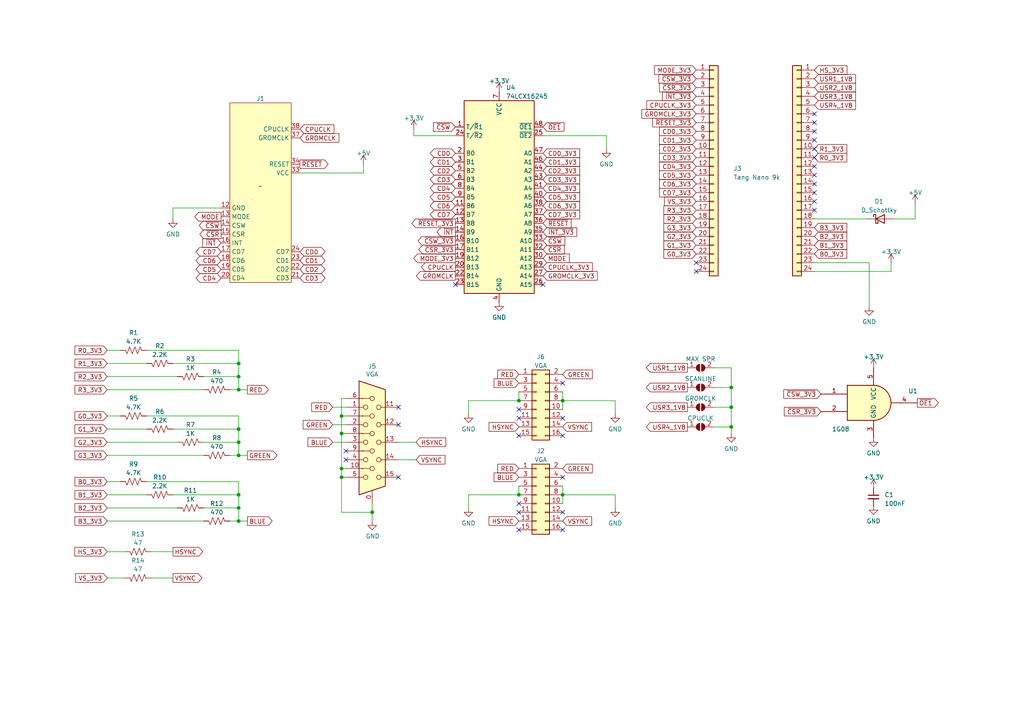
<source format=kicad_sch>
(kicad_sch (version 20230121) (generator eeschema)
  (paper "A4")
  (lib_symbols
    (symbol "74xGxx:74AHC1G08"
      (property "Reference" "U" (at -2.54 3.81 0))
      (property "Value" "74AHC1G08" (at 0 -3.81 0))
      (symbol "74AHC1G08_0_1"
        (arc (start 0 -5.08) (mid 5.0579 0) (end 0 5.08) (stroke (width 0.254)) (fill (type background)))
        (polyline (pts (xy 0 -5.08) (xy -7.62 -5.08) (xy -7.62 5.08) (xy 0 5.08)) (stroke (width 0.254)) (fill (type background)))
      )
      (symbol "74AHC1G08_1_1"
        (pin input line (at -15.24 2.54 0) (length 7.62) (name "~") (number "1"))
        (pin input line (at -15.24 -2.54 0) (length 7.62) (name "~") (number "2"))
        (pin power_in line (at 0 -10.16 90) (length 5.08) (name "GND") (number "3"))
        (pin output line (at 12.7 0 180) (length 7.62) (name "~") (number "4"))
        (pin power_in line (at 0 10.16 270) (length 5.08) (name "VCC") (number "5"))
      )
    )
    (symbol "74xx:MC74LCX16245DT"
      (property "Reference" "U" (at -10.16 29.21 0))
      (property "Value" "MC74LCX16245DT" (at 2.54 -29.21 0))
      (symbol "MC74LCX16245DT_0_1"
        (rectangle (start -10.16 27.94) (end 10.16 -27.94) (stroke (width 0.254)) (fill (type background)))
      )
      (symbol "MC74LCX16245DT_1_1"
        (pin input line (at -12.7 20.32 0) (length 2.54) (name "T/~{R}1") (number "1"))
        (pin passive line (at 0 -30.48 90) (length 2.54) hide (name "GND") (number "10"))
        (pin bidirectional line (at -12.7 -2.54 0) (length 2.54) (name "B6") (number "11"))
        (pin bidirectional line (at -12.7 -5.08 0) (length 2.54) (name "B7") (number "12"))
        (pin bidirectional line (at -12.7 -7.62 0) (length 2.54) (name "B8") (number "13"))
        (pin bidirectional line (at -12.7 -10.16 0) (length 2.54) (name "B9") (number "14"))
        (pin passive line (at 0 -30.48 90) (length 2.54) hide (name "GND") (number "15"))
        (pin bidirectional line (at -12.7 -12.7 0) (length 2.54) (name "B10") (number "16"))
        (pin bidirectional line (at -12.7 -15.24 0) (length 2.54) (name "B11") (number "17"))
        (pin passive line (at 0 30.48 270) (length 2.54) hide (name "VCC") (number "18"))
        (pin bidirectional line (at -12.7 -17.78 0) (length 2.54) (name "B12") (number "19"))
        (pin bidirectional line (at -12.7 12.7 0) (length 2.54) (name "B0") (number "2"))
        (pin bidirectional line (at -12.7 -20.32 0) (length 2.54) (name "B13") (number "20"))
        (pin passive line (at 0 -30.48 90) (length 2.54) hide (name "GND") (number "21"))
        (pin bidirectional line (at -12.7 -22.86 0) (length 2.54) (name "B14") (number "22"))
        (pin bidirectional line (at -12.7 -25.4 0) (length 2.54) (name "B15") (number "23"))
        (pin input line (at -12.7 17.78 0) (length 2.54) (name "T/~{R}2") (number "24"))
        (pin input line (at 12.7 17.78 180) (length 2.54) (name "~{OE2}") (number "25"))
        (pin bidirectional line (at 12.7 -25.4 180) (length 2.54) (name "A15") (number "26"))
        (pin bidirectional line (at 12.7 -22.86 180) (length 2.54) (name "A14") (number "27"))
        (pin passive line (at 0 -30.48 90) (length 2.54) hide (name "GND") (number "28"))
        (pin bidirectional line (at 12.7 -20.32 180) (length 2.54) (name "A13") (number "29"))
        (pin bidirectional line (at -12.7 10.16 0) (length 2.54) (name "B1") (number "3"))
        (pin bidirectional line (at 12.7 -17.78 180) (length 2.54) (name "A12") (number "30"))
        (pin passive line (at 0 30.48 270) (length 2.54) hide (name "VCC") (number "31"))
        (pin bidirectional line (at 12.7 -15.24 180) (length 2.54) (name "A11") (number "32"))
        (pin bidirectional line (at 12.7 -12.7 180) (length 2.54) (name "A10") (number "33"))
        (pin passive line (at 0 -30.48 90) (length 2.54) hide (name "GND") (number "34"))
        (pin bidirectional line (at 12.7 -10.16 180) (length 2.54) (name "A9") (number "35"))
        (pin bidirectional line (at 12.7 -7.62 180) (length 2.54) (name "A8") (number "36"))
        (pin bidirectional line (at 12.7 -5.08 180) (length 2.54) (name "A7") (number "37"))
        (pin bidirectional line (at 12.7 -2.54 180) (length 2.54) (name "A6") (number "38"))
        (pin passive line (at 0 -30.48 90) (length 2.54) hide (name "GND") (number "39"))
        (pin power_in line (at 0 -30.48 90) (length 2.54) (name "GND") (number "4"))
        (pin bidirectional line (at 12.7 0 180) (length 2.54) (name "A5") (number "40"))
        (pin bidirectional line (at 12.7 2.54 180) (length 2.54) (name "A4") (number "41"))
        (pin passive line (at 0 30.48 270) (length 2.54) hide (name "VCC") (number "42"))
        (pin bidirectional line (at 12.7 5.08 180) (length 2.54) (name "A3") (number "43"))
        (pin bidirectional line (at 12.7 7.62 180) (length 2.54) (name "A2") (number "44"))
        (pin passive line (at 0 -30.48 90) (length 2.54) hide (name "GND") (number "45"))
        (pin bidirectional line (at 12.7 10.16 180) (length 2.54) (name "A1") (number "46"))
        (pin bidirectional line (at 12.7 12.7 180) (length 2.54) (name "A0") (number "47"))
        (pin input line (at 12.7 20.32 180) (length 2.54) (name "~{OE1}") (number "48"))
        (pin bidirectional line (at -12.7 7.62 0) (length 2.54) (name "B2") (number "5"))
        (pin bidirectional line (at -12.7 5.08 0) (length 2.54) (name "B3") (number "6"))
        (pin power_in line (at 0 30.48 270) (length 2.54) (name "VCC") (number "7"))
        (pin bidirectional line (at -12.7 2.54 0) (length 2.54) (name "B4") (number "8"))
        (pin bidirectional line (at -12.7 0 0) (length 2.54) (name "B5") (number "9"))
      )
    )
    (symbol "Connector:DB15_Female_HighDensity_MountingHoles" (pin_names (offset 1.016) hide)
      (property "Reference" "J" (at 0 21.59 0))
      (property "Value" "DB15_Female_HighDensity_MountingHoles" (at 0 19.05 0))
      (symbol "DB15_Female_HighDensity_MountingHoles_0_1"
        (circle (center -1.905 -10.16) (radius 0.635))
        (circle (center -1.905 -5.08) (radius 0.635))
        (circle (center -1.905 0) (radius 0.635))
        (circle (center -1.905 5.08) (radius 0.635))
        (circle (center -1.905 10.16) (radius 0.635))
        (circle (center 0 -7.62) (radius 0.635))
        (circle (center 0 -2.54) (radius 0.635))
        (polyline (pts (xy -3.175 7.62) (xy -0.635 7.62)))
        (polyline (pts (xy -0.635 -7.62) (xy -3.175 -7.62)))
        (polyline (pts (xy -0.635 -2.54) (xy -3.175 -2.54)))
        (polyline (pts (xy -0.635 2.54) (xy -3.175 2.54)))
        (polyline (pts (xy -0.635 12.7) (xy -3.175 12.7)))
        (polyline (pts (xy -3.81 17.78) (xy -3.81 -15.24) (xy 3.81 -12.7) (xy 3.81 15.24) (xy -3.81 17.78)) (stroke (width 0.254)) (fill (type background)))
        (circle (center 0 2.54) (radius 0.635))
        (circle (center 0 7.62) (radius 0.635))
        (circle (center 0 12.7) (radius 0.635))
        (circle (center 1.905 -10.16) (radius 0.635))
        (circle (center 1.905 -5.08) (radius 0.635))
        (circle (center 1.905 0) (radius 0.635))
        (circle (center 1.905 5.08) (radius 0.635))
        (circle (center 1.905 10.16) (radius 0.635))
      )
      (symbol "DB15_Female_HighDensity_MountingHoles_1_1"
        (pin passive line (at 0 -17.78 90) (length 3.81) (name "~") (number "0"))
        (pin passive line (at -7.62 10.16 0) (length 5.08) (name "~") (number "1"))
        (pin passive line (at -7.62 -7.62 0) (length 5.08) (name "~") (number "10"))
        (pin passive line (at 7.62 10.16 180) (length 5.08) (name "~") (number "11"))
        (pin passive line (at 7.62 5.08 180) (length 5.08) (name "~") (number "12"))
        (pin passive line (at 7.62 0 180) (length 5.08) (name "~") (number "13"))
        (pin passive line (at 7.62 -5.08 180) (length 5.08) (name "~") (number "14"))
        (pin passive line (at 7.62 -10.16 180) (length 5.08) (name "~") (number "15"))
        (pin passive line (at -7.62 5.08 0) (length 5.08) (name "~") (number "2"))
        (pin passive line (at -7.62 0 0) (length 5.08) (name "~") (number "3"))
        (pin passive line (at -7.62 -5.08 0) (length 5.08) (name "~") (number "4"))
        (pin passive line (at -7.62 -10.16 0) (length 5.08) (name "~") (number "5"))
        (pin passive line (at -7.62 12.7 0) (length 5.08) (name "~") (number "6"))
        (pin passive line (at -7.62 7.62 0) (length 5.08) (name "~") (number "7"))
        (pin passive line (at -7.62 2.54 0) (length 5.08) (name "~") (number "8"))
        (pin passive line (at -7.62 -2.54 0) (length 5.08) (name "~") (number "9"))
      )
    )
    (symbol "Connector_Generic:Conn_01x24" (pin_names (offset 1.016) hide)
      (property "Reference" "J" (at 0 30.48 0))
      (property "Value" "Conn_01x24" (at 0 -33.02 0))
      (symbol "Conn_01x24_1_1"
        (rectangle (start -1.27 -30.353) (end 0 -30.607) (stroke (width 0.1524)))
        (rectangle (start -1.27 -27.813) (end 0 -28.067) (stroke (width 0.1524)))
        (rectangle (start -1.27 -25.273) (end 0 -25.527) (stroke (width 0.1524)))
        (rectangle (start -1.27 -22.733) (end 0 -22.987) (stroke (width 0.1524)))
        (rectangle (start -1.27 -20.193) (end 0 -20.447) (stroke (width 0.1524)))
        (rectangle (start -1.27 -17.653) (end 0 -17.907) (stroke (width 0.1524)))
        (rectangle (start -1.27 -15.113) (end 0 -15.367) (stroke (width 0.1524)))
        (rectangle (start -1.27 -12.573) (end 0 -12.827) (stroke (width 0.1524)))
        (rectangle (start -1.27 -10.033) (end 0 -10.287) (stroke (width 0.1524)))
        (rectangle (start -1.27 -7.493) (end 0 -7.747) (stroke (width 0.1524)))
        (rectangle (start -1.27 -4.953) (end 0 -5.207) (stroke (width 0.1524)))
        (rectangle (start -1.27 -2.413) (end 0 -2.667) (stroke (width 0.1524)))
        (rectangle (start -1.27 0.127) (end 0 -0.127) (stroke (width 0.1524)))
        (rectangle (start -1.27 2.667) (end 0 2.413) (stroke (width 0.1524)))
        (rectangle (start -1.27 5.207) (end 0 4.953) (stroke (width 0.1524)))
        (rectangle (start -1.27 7.747) (end 0 7.493) (stroke (width 0.1524)))
        (rectangle (start -1.27 10.287) (end 0 10.033) (stroke (width 0.1524)))
        (rectangle (start -1.27 12.827) (end 0 12.573) (stroke (width 0.1524)))
        (rectangle (start -1.27 15.367) (end 0 15.113) (stroke (width 0.1524)))
        (rectangle (start -1.27 17.907) (end 0 17.653) (stroke (width 0.1524)))
        (rectangle (start -1.27 20.447) (end 0 20.193) (stroke (width 0.1524)))
        (rectangle (start -1.27 22.987) (end 0 22.733) (stroke (width 0.1524)))
        (rectangle (start -1.27 25.527) (end 0 25.273) (stroke (width 0.1524)))
        (rectangle (start -1.27 28.067) (end 0 27.813) (stroke (width 0.1524)))
        (rectangle (start -1.27 29.21) (end 1.27 -31.75) (stroke (width 0.254)) (fill (type background)))
        (pin passive line (at -5.08 27.94 0) (length 3.81) (name "Pin_1") (number "1"))
        (pin passive line (at -5.08 5.08 0) (length 3.81) (name "Pin_10") (number "10"))
        (pin passive line (at -5.08 2.54 0) (length 3.81) (name "Pin_11") (number "11"))
        (pin passive line (at -5.08 0 0) (length 3.81) (name "Pin_12") (number "12"))
        (pin passive line (at -5.08 -2.54 0) (length 3.81) (name "Pin_13") (number "13"))
        (pin passive line (at -5.08 -5.08 0) (length 3.81) (name "Pin_14") (number "14"))
        (pin passive line (at -5.08 -7.62 0) (length 3.81) (name "Pin_15") (number "15"))
        (pin passive line (at -5.08 -10.16 0) (length 3.81) (name "Pin_16") (number "16"))
        (pin passive line (at -5.08 -12.7 0) (length 3.81) (name "Pin_17") (number "17"))
        (pin passive line (at -5.08 -15.24 0) (length 3.81) (name "Pin_18") (number "18"))
        (pin passive line (at -5.08 -17.78 0) (length 3.81) (name "Pin_19") (number "19"))
        (pin passive line (at -5.08 25.4 0) (length 3.81) (name "Pin_2") (number "2"))
        (pin passive line (at -5.08 -20.32 0) (length 3.81) (name "Pin_20") (number "20"))
        (pin passive line (at -5.08 -22.86 0) (length 3.81) (name "Pin_21") (number "21"))
        (pin passive line (at -5.08 -25.4 0) (length 3.81) (name "Pin_22") (number "22"))
        (pin passive line (at -5.08 -27.94 0) (length 3.81) (name "Pin_23") (number "23"))
        (pin passive line (at -5.08 -30.48 0) (length 3.81) (name "Pin_24") (number "24"))
        (pin passive line (at -5.08 22.86 0) (length 3.81) (name "Pin_3") (number "3"))
        (pin passive line (at -5.08 20.32 0) (length 3.81) (name "Pin_4") (number "4"))
        (pin passive line (at -5.08 17.78 0) (length 3.81) (name "Pin_5") (number "5"))
        (pin passive line (at -5.08 15.24 0) (length 3.81) (name "Pin_6") (number "6"))
        (pin passive line (at -5.08 12.7 0) (length 3.81) (name "Pin_7") (number "7"))
        (pin passive line (at -5.08 10.16 0) (length 3.81) (name "Pin_8") (number "8"))
        (pin passive line (at -5.08 7.62 0) (length 3.81) (name "Pin_9") (number "9"))
      )
    )
    (symbol "Connector_Generic:Conn_02x08_Odd_Even" (pin_names (offset 1.016) hide)
      (property "Reference" "J" (at 1.27 10.16 0))
      (property "Value" "Conn_02x08_Odd_Even" (at 1.27 -12.7 0))
      (symbol "Conn_02x08_Odd_Even_1_1"
        (rectangle (start -1.27 -10.033) (end 0 -10.287) (stroke (width 0.1524)))
        (rectangle (start -1.27 -7.493) (end 0 -7.747) (stroke (width 0.1524)))
        (rectangle (start -1.27 -4.953) (end 0 -5.207) (stroke (width 0.1524)))
        (rectangle (start -1.27 -2.413) (end 0 -2.667) (stroke (width 0.1524)))
        (rectangle (start -1.27 0.127) (end 0 -0.127) (stroke (width 0.1524)))
        (rectangle (start -1.27 2.667) (end 0 2.413) (stroke (width 0.1524)))
        (rectangle (start -1.27 5.207) (end 0 4.953) (stroke (width 0.1524)))
        (rectangle (start -1.27 7.747) (end 0 7.493) (stroke (width 0.1524)))
        (rectangle (start -1.27 8.89) (end 3.81 -11.43) (stroke (width 0.254)) (fill (type background)))
        (rectangle (start 3.81 -10.033) (end 2.54 -10.287) (stroke (width 0.1524)))
        (rectangle (start 3.81 -7.493) (end 2.54 -7.747) (stroke (width 0.1524)))
        (rectangle (start 3.81 -4.953) (end 2.54 -5.207) (stroke (width 0.1524)))
        (rectangle (start 3.81 -2.413) (end 2.54 -2.667) (stroke (width 0.1524)))
        (rectangle (start 3.81 0.127) (end 2.54 -0.127) (stroke (width 0.1524)))
        (rectangle (start 3.81 2.667) (end 2.54 2.413) (stroke (width 0.1524)))
        (rectangle (start 3.81 5.207) (end 2.54 4.953) (stroke (width 0.1524)))
        (rectangle (start 3.81 7.747) (end 2.54 7.493) (stroke (width 0.1524)))
        (pin passive line (at -5.08 7.62 0) (length 3.81) (name "Pin_1") (number "1"))
        (pin passive line (at 7.62 -2.54 180) (length 3.81) (name "Pin_10") (number "10"))
        (pin passive line (at -5.08 -5.08 0) (length 3.81) (name "Pin_11") (number "11"))
        (pin passive line (at 7.62 -5.08 180) (length 3.81) (name "Pin_12") (number "12"))
        (pin passive line (at -5.08 -7.62 0) (length 3.81) (name "Pin_13") (number "13"))
        (pin passive line (at 7.62 -7.62 180) (length 3.81) (name "Pin_14") (number "14"))
        (pin passive line (at -5.08 -10.16 0) (length 3.81) (name "Pin_15") (number "15"))
        (pin passive line (at 7.62 -10.16 180) (length 3.81) (name "Pin_16") (number "16"))
        (pin passive line (at 7.62 7.62 180) (length 3.81) (name "Pin_2") (number "2"))
        (pin passive line (at -5.08 5.08 0) (length 3.81) (name "Pin_3") (number "3"))
        (pin passive line (at 7.62 5.08 180) (length 3.81) (name "Pin_4") (number "4"))
        (pin passive line (at -5.08 2.54 0) (length 3.81) (name "Pin_5") (number "5"))
        (pin passive line (at 7.62 2.54 180) (length 3.81) (name "Pin_6") (number "6"))
        (pin passive line (at -5.08 0 0) (length 3.81) (name "Pin_7") (number "7"))
        (pin passive line (at 7.62 0 180) (length 3.81) (name "Pin_8") (number "8"))
        (pin passive line (at -5.08 -2.54 0) (length 3.81) (name "Pin_9") (number "9"))
      )
    )
    (symbol "Device:C_Small" (pin_numbers hide) (pin_names (offset 0.254) hide)
      (property "Reference" "C" (at 0.254 1.778 0))
      (property "Value" "C_Small" (at 0.254 -2.032 0))
      (symbol "C_Small_0_1"
        (polyline (pts (xy -1.524 -0.508) (xy 1.524 -0.508)) (stroke (width 0.3302)))
        (polyline (pts (xy -1.524 0.508) (xy 1.524 0.508)) (stroke (width 0.3048)))
      )
      (symbol "C_Small_1_1"
        (pin passive line (at 0 2.54 270) (length 2.032) (name "~") (number "1"))
        (pin passive line (at 0 -2.54 90) (length 2.032) (name "~") (number "2"))
      )
    )
    (symbol "Device:D_Schottky" (pin_numbers hide) (pin_names (offset 1.016) hide)
      (property "Reference" "D" (at 0 2.54 0))
      (property "Value" "D_Schottky" (at 0 -2.54 0))
      (symbol "D_Schottky_0_1"
        (polyline (pts (xy 1.27 0) (xy -1.27 0)))
        (polyline (pts (xy 1.27 1.27) (xy 1.27 -1.27) (xy -1.27 0) (xy 1.27 1.27)) (stroke (width 0.254)))
        (polyline (pts (xy -1.905 0.635) (xy -1.905 1.27) (xy -1.27 1.27) (xy -1.27 -1.27) (xy -0.635 -1.27) (xy -0.635 -0.635)) (stroke (width 0.254)))
      )
      (symbol "D_Schottky_1_1"
        (pin passive line (at -3.81 0 0) (length 2.54) (name "K") (number "1"))
        (pin passive line (at 3.81 0 180) (length 2.54) (name "A") (number "2"))
      )
    )
    (symbol "Device:R_US" (pin_numbers hide) (pin_names (offset 0))
      (property "Reference" "R" (at 2.54 0 90))
      (property "Value" "R_US" (at -2.54 0 90))
      (symbol "R_US_0_1"
        (polyline (pts (xy 0 -2.286) (xy 0 -2.54)))
        (polyline (pts (xy 0 2.286) (xy 0 2.54)))
        (polyline (pts (xy 0 -0.762) (xy 1.016 -1.143) (xy 0 -1.524) (xy -1.016 -1.905) (xy 0 -2.286)))
        (polyline (pts (xy 0 0.762) (xy 1.016 0.381) (xy 0 0) (xy -1.016 -0.381) (xy 0 -0.762)))
        (polyline (pts (xy 0 2.286) (xy 1.016 1.905) (xy 0 1.524) (xy -1.016 1.143) (xy 0 0.762)))
      )
      (symbol "R_US_1_1"
        (pin passive line (at 0 3.81 270) (length 1.27) (name "~") (number "1"))
        (pin passive line (at 0 -3.81 90) (length 1.27) (name "~") (number "2"))
      )
    )
    (symbol "SolderJumper_2_Open_1" (pin_names (offset 0) hide)
      (symbol "SolderJumper_2_Open_1_0_1"
        (arc (start -0.254 1.016) (mid -1.2656 0) (end -0.254 -1.016))
        (arc (start -0.254 1.016) (mid -1.2656 0) (end -0.254 -1.016) (fill (type outline)))
        (polyline (pts (xy -0.254 1.016) (xy -0.254 -1.016)))
        (polyline (pts (xy 0.254 1.016) (xy 0.254 -1.016)))
        (arc (start 0.254 -1.016) (mid 1.2656 0) (end 0.254 1.016))
        (arc (start 0.254 -1.016) (mid 1.2656 0) (end 0.254 1.016) (fill (type outline)))
      )
      (symbol "SolderJumper_2_Open_1_1_1"
        (pin passive line (at -3.81 0 0) (length 2.54) (name "A") (number "1"))
        (pin passive line (at 3.81 0 180) (length 2.54) (name "B") (number "2"))
      )
    )
    (symbol "f18a_tn9k:TMS99xxA_Replacement"
      (property "Reference" "J" (at 0 0 0))
      (symbol "TMS99xxA_Replacement_0_1"
        (rectangle (start -2.54 -3.81) (end -2.54 -3.81))
      )
      (symbol "TMS99xxA_Replacement_1_1"
        (rectangle (start -8.89 24.13) (end 8.89 -27.94) (fill (type background)))
        (pin power_out line (at -11.43 -6.35 0) (length 2.54) (name "GND") (number "12"))
        (pin output line (at -11.43 -8.89 0) (length 2.54) (name "MODE") (number "13"))
        (pin output line (at -11.43 -11.43 0) (length 2.54) (name "CSW") (number "14"))
        (pin output line (at -11.43 -13.97 0) (length 2.54) (name "CSR") (number "15"))
        (pin input line (at -11.43 -16.51 0) (length 2.54) (name "INT") (number "16"))
        (pin bidirectional line (at -11.43 -19.05 0) (length 2.54) (name "CD7") (number "17"))
        (pin bidirectional line (at -11.43 -21.59 0) (length 2.54) (name "CD6") (number "18"))
        (pin bidirectional line (at -11.43 -24.13 0) (length 2.54) (name "CD5") (number "19"))
        (pin bidirectional line (at -11.43 -26.67 0) (length 2.54) (name "CD4") (number "20"))
        (pin bidirectional line (at 11.43 -26.67 180) (length 2.54) (name "CD3") (number "21"))
        (pin bidirectional line (at 11.43 -24.13 180) (length 2.54) (name "CD2") (number "22"))
        (pin bidirectional line (at 11.43 -21.59 180) (length 2.54) (name "CD1") (number "23"))
        (pin bidirectional line (at 11.43 -19.05 180) (length 2.54) (name "CD7") (number "24"))
        (pin power_out line (at 11.43 3.81 180) (length 2.54) (name "VCC") (number "33"))
        (pin output line (at 11.43 6.35 180) (length 2.54) (name "RESET") (number "34"))
        (pin input line (at 11.43 13.97 180) (length 2.54) (name "GROMCLK") (number "37"))
        (pin input line (at 11.43 16.51 180) (length 2.54) (name "CPUCLK") (number "38"))
      )
    )
    (symbol "power:+3.3V" (power) (pin_names (offset 0))
      (property "Value" "+3.3V" (at 0 3.556 0))
      (symbol "+3.3V_0_1"
        (polyline (pts (xy -0.762 1.27) (xy 0 2.54)))
        (polyline (pts (xy 0 0) (xy 0 2.54)))
        (polyline (pts (xy 0 2.54) (xy 0.762 1.27)))
      )
      (symbol "+3.3V_1_1"
        (pin power_in line (at 0 0 90) (length 0) hide (name "+3.3V") (number "1"))
      )
    )
    (symbol "power:+5V" (power) (pin_names (offset 0))
      (property "Value" "+5V" (at 0 3.556 0))
      (symbol "+5V_0_1"
        (polyline (pts (xy -0.762 1.27) (xy 0 2.54)))
        (polyline (pts (xy 0 0) (xy 0 2.54)))
        (polyline (pts (xy 0 2.54) (xy 0.762 1.27)))
      )
      (symbol "+5V_1_1"
        (pin power_in line (at 0 0 90) (length 0) hide (name "+5V") (number "1"))
      )
    )
    (symbol "power:GND" (power) (pin_names (offset 0))
      (property "Value" "GND" (at 0 -3.81 0))
      (symbol "GND_0_1"
        (polyline (pts (xy 0 0) (xy 0 -1.27) (xy 1.27 -1.27) (xy 0 -2.54) (xy -1.27 -1.27) (xy 0 -1.27)))
      )
      (symbol "GND_1_1"
        (pin power_in line (at 0 0 270) (length 0) hide (name "GND") (number "1"))
      )
    )
  )
  (junction (at 107.95 148.59))
  (junction (at 69.215 124.46))
  (junction (at 69.215 151.13))
  (junction (at 150.495 116.205))
  (junction (at 99.06 135.89))
  (junction (at 99.06 138.43))
  (junction (at 99.06 125.73))
  (junction (at 212.09 118.11))
  (junction (at 69.215 113.03))
  (junction (at 69.215 105.41))
  (junction (at 163.195 143.51))
  (junction (at 69.215 109.22))
  (junction (at 163.195 116.205))
  (junction (at 212.09 123.825))
  (junction (at 69.215 147.32))
  (junction (at 150.495 143.51))
  (junction (at 212.09 112.395))
  (junction (at 69.215 143.51))
  (junction (at 69.215 128.27))
  (junction (at 99.06 120.65))
  (junction (at 69.215 132.08))
  (no_connect (at 150.495 121.285))
  (no_connect (at 132.08 82.55))
  (no_connect (at 236.22 43.18))
  (no_connect (at 163.195 111.125))
  (no_connect (at 236.22 35.56))
  (no_connect (at 236.22 55.88))
  (no_connect (at 150.495 146.05))
  (no_connect (at 236.22 38.1))
  (no_connect (at 236.22 48.26))
  (no_connect (at 236.22 58.42))
  (no_connect (at 236.22 50.8))
  (no_connect (at 163.195 148.59))
  (no_connect (at 163.195 121.285))
  (no_connect (at 115.57 118.11))
  (no_connect (at 236.22 33.02))
  (no_connect (at 163.195 138.43))
  (no_connect (at 201.93 78.74))
  (no_connect (at 236.22 53.34))
  (no_connect (at 150.495 118.745))
  (no_connect (at 115.57 123.19))
  (no_connect (at 100.33 130.81))
  (no_connect (at 157.48 82.55))
  (no_connect (at 236.22 45.72))
  (no_connect (at 163.195 153.67))
  (no_connect (at 163.195 126.365))
  (no_connect (at 150.495 126.365))
  (no_connect (at 236.22 60.96))
  (no_connect (at 115.57 138.43))
  (no_connect (at 150.495 153.67))
  (no_connect (at 150.495 148.59))
  (no_connect (at 100.33 133.35))
  (no_connect (at 201.93 76.2))
  (no_connect (at 236.22 40.64))
  (wire (pts (xy 69.215 143.51) (xy 69.215 139.7)))
  (wire (pts (xy 107.95 151.13) (xy 107.95 148.59)))
  (wire (pts (xy 135.89 120.015) (xy 135.89 116.205)))
  (wire (pts (xy 258.445 78.74) (xy 258.445 76.2)))
  (wire (pts (xy 107.95 148.59) (xy 107.95 146.05)))
  (wire (pts (xy 50.165 60.325) (xy 50.165 63.5)))
  (wire (pts (xy 69.215 120.65) (xy 42.545 120.65)))
  (wire (pts (xy 175.895 39.37) (xy 175.895 43.18)))
  (wire (pts (xy 69.215 132.08) (xy 66.675 132.08)))
  (wire (pts (xy 150.495 140.97) (xy 150.495 143.51)))
  (wire (pts (xy 157.48 39.37) (xy 175.895 39.37)))
  (wire (pts (xy 252.095 76.2) (xy 252.095 88.9)))
  (wire (pts (xy 99.06 138.43) (xy 99.06 148.59)))
  (wire (pts (xy 69.215 128.27) (xy 69.215 124.46)))
  (wire (pts (xy 50.165 167.64) (xy 43.815 167.64)))
  (wire (pts (xy 99.06 135.89) (xy 99.06 138.43)))
  (wire (pts (xy 212.09 118.11) (xy 212.09 123.825)))
  (wire (pts (xy 50.165 160.02) (xy 43.815 160.02)))
  (wire (pts (xy 212.09 106.68) (xy 212.09 112.395)))
  (wire (pts (xy 100.33 115.57) (xy 99.06 115.57)))
  (wire (pts (xy 34.925 139.7) (xy 31.115 139.7)))
  (wire (pts (xy 100.33 135.89) (xy 99.06 135.89)))
  (wire (pts (xy 59.055 128.27) (xy 69.215 128.27)))
  (wire (pts (xy 69.215 147.32) (xy 69.215 151.13)))
  (wire (pts (xy 163.195 113.665) (xy 163.195 116.205)))
  (wire (pts (xy 100.33 120.65) (xy 99.06 120.65)))
  (wire (pts (xy 163.195 143.51) (xy 163.195 146.05)))
  (wire (pts (xy 99.06 148.59) (xy 107.95 148.59)))
  (wire (pts (xy 51.435 109.22) (xy 31.115 109.22)))
  (wire (pts (xy 135.89 143.51) (xy 150.495 143.51)))
  (wire (pts (xy 212.09 123.825) (xy 212.09 125.73)))
  (wire (pts (xy 71.755 151.13) (xy 69.215 151.13)))
  (wire (pts (xy 259.08 63.5) (xy 265.43 63.5)))
  (wire (pts (xy 64.135 60.325) (xy 50.165 60.325)))
  (wire (pts (xy 69.215 101.6) (xy 42.545 101.6)))
  (wire (pts (xy 178.435 147.32) (xy 178.435 143.51)))
  (wire (pts (xy 96.52 123.19) (xy 100.33 123.19)))
  (wire (pts (xy 207.01 112.395) (xy 212.09 112.395)))
  (wire (pts (xy 135.89 147.32) (xy 135.89 143.51)))
  (wire (pts (xy 105.41 50.165) (xy 105.41 47.625)))
  (wire (pts (xy 69.215 113.03) (xy 66.675 113.03)))
  (wire (pts (xy 59.055 109.22) (xy 69.215 109.22)))
  (wire (pts (xy 69.215 105.41) (xy 69.215 101.6)))
  (wire (pts (xy 236.22 78.74) (xy 258.445 78.74)))
  (wire (pts (xy 59.055 132.08) (xy 31.115 132.08)))
  (wire (pts (xy 36.195 160.02) (xy 31.115 160.02)))
  (wire (pts (xy 100.33 138.43) (xy 99.06 138.43)))
  (wire (pts (xy 135.89 116.205) (xy 150.495 116.205)))
  (wire (pts (xy 96.52 118.11) (xy 100.33 118.11)))
  (wire (pts (xy 99.06 115.57) (xy 99.06 120.65)))
  (wire (pts (xy 120.65 133.35) (xy 115.57 133.35)))
  (wire (pts (xy 150.495 113.665) (xy 150.495 116.205)))
  (wire (pts (xy 178.435 116.205) (xy 163.195 116.205)))
  (wire (pts (xy 212.09 112.395) (xy 212.09 118.11)))
  (wire (pts (xy 51.435 147.32) (xy 31.115 147.32)))
  (wire (pts (xy 236.22 76.2) (xy 252.095 76.2)))
  (wire (pts (xy 115.57 128.27) (xy 120.65 128.27)))
  (wire (pts (xy 69.215 147.32) (xy 69.215 143.51)))
  (wire (pts (xy 178.435 143.51) (xy 163.195 143.51)))
  (wire (pts (xy 207.01 118.11) (xy 212.09 118.11)))
  (wire (pts (xy 42.545 124.46) (xy 31.115 124.46)))
  (wire (pts (xy 71.755 113.03) (xy 69.215 113.03)))
  (wire (pts (xy 99.06 120.65) (xy 99.06 125.73)))
  (wire (pts (xy 69.215 109.22) (xy 69.215 105.41)))
  (wire (pts (xy 265.43 63.5) (xy 265.43 59.055)))
  (wire (pts (xy 99.06 125.73) (xy 99.06 135.89)))
  (wire (pts (xy 59.055 113.03) (xy 31.115 113.03)))
  (wire (pts (xy 178.435 120.015) (xy 178.435 116.205)))
  (wire (pts (xy 69.215 124.46) (xy 69.215 120.65)))
  (wire (pts (xy 34.925 101.6) (xy 31.115 101.6)))
  (wire (pts (xy 69.215 151.13) (xy 66.675 151.13)))
  (wire (pts (xy 100.33 125.73) (xy 99.06 125.73)))
  (wire (pts (xy 69.215 143.51) (xy 50.165 143.51)))
  (wire (pts (xy 42.545 143.51) (xy 31.115 143.51)))
  (wire (pts (xy 120.015 39.37) (xy 132.08 39.37)))
  (wire (pts (xy 69.215 128.27) (xy 69.215 132.08)))
  (wire (pts (xy 207.01 123.825) (xy 212.09 123.825)))
  (wire (pts (xy 86.995 50.165) (xy 105.41 50.165)))
  (wire (pts (xy 34.925 120.65) (xy 31.115 120.65)))
  (wire (pts (xy 69.215 105.41) (xy 50.165 105.41)))
  (wire (pts (xy 71.755 132.08) (xy 69.215 132.08)))
  (wire (pts (xy 59.055 151.13) (xy 31.115 151.13)))
  (wire (pts (xy 163.195 140.97) (xy 163.195 143.51)))
  (wire (pts (xy 163.195 116.205) (xy 163.195 118.745)))
  (wire (pts (xy 51.435 128.27) (xy 31.115 128.27)))
  (wire (pts (xy 69.215 139.7) (xy 42.545 139.7)))
  (wire (pts (xy 207.01 106.68) (xy 212.09 106.68)))
  (wire (pts (xy 69.215 124.46) (xy 50.165 124.46)))
  (wire (pts (xy 236.22 63.5) (xy 251.46 63.5)))
  (wire (pts (xy 100.33 128.27) (xy 96.52 128.27)))
  (wire (pts (xy 42.545 105.41) (xy 31.115 105.41)))
  (wire (pts (xy 120.015 37.465) (xy 120.015 39.37)))
  (wire (pts (xy 36.195 167.64) (xy 31.115 167.64)))
  (wire (pts (xy 59.055 147.32) (xy 69.215 147.32)))
  (wire (pts (xy 69.215 109.22) (xy 69.215 113.03)))
  (global_label "R2_3V3" (shape input) (at 31.115 109.22 180) (property "Intersheetrefs" "${INTERSHEET_REFS}" (effects hide)))
  (global_label "CD6" (shape bidirectional) (at 132.08 59.69 180) (property "Intersheetrefs" "${INTERSHEET_REFS}" (effects hide)))
  (global_label "CD5" (shape bidirectional) (at 132.08 57.15 180) (property "Intersheetrefs" "${INTERSHEET_REFS}" (effects hide)))
  (global_label "B1_3V3" (shape input) (at 31.115 143.51 180) (property "Intersheetrefs" "${INTERSHEET_REFS}" (effects hide)))
  (global_label "CPUCLK_3V3" (shape input) (at 157.48 77.47 0) (property "Intersheetrefs" "${INTERSHEET_REFS}" (effects hide)))
  (global_label "GREEN" (shape input) (at 96.52 123.19 180) (property "Intersheetrefs" "${INTERSHEET_REFS}" (effects hide)))
  (global_label "R0_3V3" (shape input) (at 31.115 101.6 180) (property "Intersheetrefs" "${INTERSHEET_REFS}" (effects hide)))
  (global_label "B1_3V3" (shape input) (at 236.22 71.12 0) (property "Intersheetrefs" "${INTERSHEET_REFS}" (effects hide)))
  (global_label "~{RESET_3V3}" (shape input) (at 201.93 35.56 180) (property "Intersheetrefs" "${INTERSHEET_REFS}" (effects hide)))
  (global_label "B3_3V3" (shape input) (at 31.115 151.13 180) (property "Intersheetrefs" "${INTERSHEET_REFS}" (effects hide)))
  (global_label "G0_3V3" (shape input) (at 201.93 73.66 180) (property "Intersheetrefs" "${INTERSHEET_REFS}" (effects hide)))
  (global_label "GREEN" (shape input) (at 163.195 108.585 0) (property "Intersheetrefs" "${INTERSHEET_REFS}" (effects hide)))
  (global_label "GREEN" (shape input) (at 163.195 135.89 0) (property "Intersheetrefs" "${INTERSHEET_REFS}" (effects hide)))
  (global_label "RED" (shape input) (at 150.495 135.89 180) (property "Intersheetrefs" "${INTERSHEET_REFS}" (effects hide)))
  (global_label "BLUE" (shape input) (at 150.495 111.125 180) (property "Intersheetrefs" "${INTERSHEET_REFS}" (effects hide)))
  (global_label "GROMCLK_3V3" (shape input) (at 201.93 33.02 180) (property "Intersheetrefs" "${INTERSHEET_REFS}" (effects hide)))
  (global_label "~{CSR}" (shape input) (at 157.48 72.39 0) (property "Intersheetrefs" "${INTERSHEET_REFS}" (effects hide)))
  (global_label "CD7_3V3" (shape input) (at 201.93 55.88 180) (property "Intersheetrefs" "${INTERSHEET_REFS}" (effects hide)))
  (global_label "B0_3V3" (shape input) (at 236.22 73.66 0) (property "Intersheetrefs" "${INTERSHEET_REFS}" (effects hide)))
  (global_label "~{CSW}" (shape output) (at 64.135 65.405 180) (property "Intersheetrefs" "${INTERSHEET_REFS}" (effects hide)))
  (global_label "GROMCLK" (shape output) (at 132.08 80.01 180) (property "Intersheetrefs" "${INTERSHEET_REFS}" (effects hide)))
  (global_label "~{CSR}" (shape output) (at 64.135 67.945 180) (property "Intersheetrefs" "${INTERSHEET_REFS}" (effects hide)))
  (global_label "G2_3V3" (shape input) (at 31.115 128.27 180) (property "Intersheetrefs" "${INTERSHEET_REFS}" (effects hide)))
  (global_label "CD0_3V3" (shape input) (at 201.93 38.1 180) (property "Intersheetrefs" "${INTERSHEET_REFS}" (effects hide)))
  (global_label "RED" (shape input) (at 96.52 118.11 180) (property "Intersheetrefs" "${INTERSHEET_REFS}" (effects hide)))
  (global_label "CPUCLK_3V3" (shape input) (at 201.93 30.48 180) (property "Intersheetrefs" "${INTERSHEET_REFS}" (effects hide)))
  (global_label "CD1_3V3" (shape input) (at 157.48 46.99 0) (property "Intersheetrefs" "${INTERSHEET_REFS}" (effects hide)))
  (global_label "CD0_3V3" (shape input) (at 157.48 44.45 0) (property "Intersheetrefs" "${INTERSHEET_REFS}" (effects hide)))
  (global_label "R1_3V3" (shape input) (at 236.22 43.18 0) (property "Intersheetrefs" "${INTERSHEET_REFS}" (effects hide)))
  (global_label "USR1_1V8" (shape output) (at 199.39 106.68 180) (property "Intersheetrefs" "${INTERSHEET_REFS}" (effects hide)))
  (global_label "BLUE" (shape output) (at 71.755 151.13 0) (property "Intersheetrefs" "${INTERSHEET_REFS}" (effects hide)))
  (global_label "MODE" (shape output) (at 64.135 62.865 180) (property "Intersheetrefs" "${INTERSHEET_REFS}" (effects hide)))
  (global_label "VSYNC" (shape input) (at 120.65 133.35 0) (property "Intersheetrefs" "${INTERSHEET_REFS}" (effects hide)))
  (global_label "R2_3V3" (shape input) (at 201.93 63.5 180) (property "Intersheetrefs" "${INTERSHEET_REFS}" (effects hide)))
  (global_label "~{CSR_3V3}" (shape input) (at 201.93 25.4 180) (property "Intersheetrefs" "${INTERSHEET_REFS}" (effects hide)))
  (global_label "~{CSW}" (shape input) (at 132.08 36.83 180) (property "Intersheetrefs" "${INTERSHEET_REFS}" (effects hide)))
  (global_label "CD3" (shape bidirectional) (at 132.08 52.07 180) (property "Intersheetrefs" "${INTERSHEET_REFS}" (effects hide)))
  (global_label "GROMCLK" (shape input) (at 86.995 40.005 0) (property "Intersheetrefs" "${INTERSHEET_REFS}" (effects hide)))
  (global_label "HSYNC" (shape input) (at 150.495 151.13 180) (property "Intersheetrefs" "${INTERSHEET_REFS}" (effects hide)))
  (global_label "CD3_3V3" (shape input) (at 201.93 45.72 180) (property "Intersheetrefs" "${INTERSHEET_REFS}" (effects hide)))
  (global_label "CD0" (shape bidirectional) (at 132.08 44.45 180) (property "Intersheetrefs" "${INTERSHEET_REFS}" (effects hide)))
  (global_label "CD2" (shape bidirectional) (at 86.995 78.105 0) (property "Intersheetrefs" "${INTERSHEET_REFS}" (effects hide)))
  (global_label "B3_3V3" (shape input) (at 236.22 66.04 0) (property "Intersheetrefs" "${INTERSHEET_REFS}" (effects hide)))
  (global_label "~{INT}" (shape input) (at 64.135 70.485 180) (property "Intersheetrefs" "${INTERSHEET_REFS}" (effects hide)))
  (global_label "CD5" (shape bidirectional) (at 64.135 78.105 180) (property "Intersheetrefs" "${INTERSHEET_REFS}" (effects hide)))
  (global_label "VSYNC" (shape input) (at 163.195 123.825 0) (property "Intersheetrefs" "${INTERSHEET_REFS}" (effects hide)))
  (global_label "CD7" (shape bidirectional) (at 64.135 73.025 180) (property "Intersheetrefs" "${INTERSHEET_REFS}" (effects hide)))
  (global_label "G1_3V3" (shape input) (at 31.115 124.46 180) (property "Intersheetrefs" "${INTERSHEET_REFS}" (effects hide)))
  (global_label "VSYNC" (shape input) (at 163.195 151.13 0) (property "Intersheetrefs" "${INTERSHEET_REFS}" (effects hide)))
  (global_label "CD7" (shape bidirectional) (at 132.08 62.23 180) (property "Intersheetrefs" "${INTERSHEET_REFS}" (effects hide)))
  (global_label "G0_3V3" (shape input) (at 31.115 120.65 180) (property "Intersheetrefs" "${INTERSHEET_REFS}" (effects hide)))
  (global_label "~{INT}" (shape output) (at 132.08 67.31 180) (property "Intersheetrefs" "${INTERSHEET_REFS}" (effects hide)))
  (global_label "CD6" (shape bidirectional) (at 64.135 75.565 180) (property "Intersheetrefs" "${INTERSHEET_REFS}" (effects hide)))
  (global_label "USR3_1V8" (shape input) (at 236.22 27.94 0) (property "Intersheetrefs" "${INTERSHEET_REFS}" (effects hide)))
  (global_label "CD4" (shape bidirectional) (at 132.08 54.61 180) (property "Intersheetrefs" "${INTERSHEET_REFS}" (effects hide)))
  (global_label "RED" (shape input) (at 150.495 108.585 180) (property "Intersheetrefs" "${INTERSHEET_REFS}" (effects hide)))
  (global_label "GREEN" (shape output) (at 71.755 132.08 0) (property "Intersheetrefs" "${INTERSHEET_REFS}" (effects hide)))
  (global_label "CD4_3V3" (shape input) (at 157.48 54.61 0) (property "Intersheetrefs" "${INTERSHEET_REFS}" (effects hide)))
  (global_label "CD3_3V3" (shape input) (at 157.48 52.07 0) (property "Intersheetrefs" "${INTERSHEET_REFS}" (effects hide)))
  (global_label "G2_3V3" (shape input) (at 201.93 68.58 180) (property "Intersheetrefs" "${INTERSHEET_REFS}" (effects hide)))
  (global_label "CD2" (shape bidirectional) (at 132.08 49.53 180) (property "Intersheetrefs" "${INTERSHEET_REFS}" (effects hide)))
  (global_label "CD1_3V3" (shape input) (at 201.93 40.64 180) (property "Intersheetrefs" "${INTERSHEET_REFS}" (effects hide)))
  (global_label "~{CSR_3V3}" (shape input) (at 238.125 119.38 180) (property "Intersheetrefs" "${INTERSHEET_REFS}" (effects hide)))
  (global_label "GROMCLK_3V3" (shape input) (at 157.48 80.01 0) (property "Intersheetrefs" "${INTERSHEET_REFS}" (effects hide)))
  (global_label "CD6_3V3" (shape input) (at 157.48 59.69 0) (property "Intersheetrefs" "${INTERSHEET_REFS}" (effects hide)))
  (global_label "USR4_1V8" (shape input) (at 236.22 30.48 0) (property "Intersheetrefs" "${INTERSHEET_REFS}" (effects hide)))
  (global_label "R0_3V3" (shape input) (at 236.22 45.72 0) (property "Intersheetrefs" "${INTERSHEET_REFS}" (effects hide)))
  (global_label "MODE_3V3" (shape input) (at 201.93 20.32 180) (property "Intersheetrefs" "${INTERSHEET_REFS}" (effects hide)))
  (global_label "VS_3V3" (shape input) (at 31.115 167.64 180) (property "Intersheetrefs" "${INTERSHEET_REFS}" (effects hide)))
  (global_label "B0_3V3" (shape input) (at 31.115 139.7 180) (property "Intersheetrefs" "${INTERSHEET_REFS}" (effects hide)))
  (global_label "CD7_3V3" (shape input) (at 157.48 62.23 0) (property "Intersheetrefs" "${INTERSHEET_REFS}" (effects hide)))
  (global_label "CD3" (shape bidirectional) (at 86.995 80.645 0) (property "Intersheetrefs" "${INTERSHEET_REFS}" (effects hide)))
  (global_label "~{OE1}" (shape output) (at 266.065 116.84 0) (property "Intersheetrefs" "${INTERSHEET_REFS}" (effects hide)))
  (global_label "~{RESET}" (shape output) (at 86.995 47.625 0) (property "Intersheetrefs" "${INTERSHEET_REFS}" (effects hide)))
  (global_label "B2_3V3" (shape input) (at 236.22 68.58 0) (property "Intersheetrefs" "${INTERSHEET_REFS}" (effects hide)))
  (global_label "~{RESET}" (shape input) (at 157.48 64.77 0) (property "Intersheetrefs" "${INTERSHEET_REFS}" (effects hide)))
  (global_label "CD4_3V3" (shape input) (at 201.93 48.26 180) (property "Intersheetrefs" "${INTERSHEET_REFS}" (effects hide)))
  (global_label "~{CSW}" (shape input) (at 157.48 69.85 0) (property "Intersheetrefs" "${INTERSHEET_REFS}" (effects hide)))
  (global_label "HS_3V3" (shape input) (at 31.115 160.02 180) (property "Intersheetrefs" "${INTERSHEET_REFS}" (effects hide)))
  (global_label "CPUCLK" (shape input) (at 86.995 37.465 0) (property "Intersheetrefs" "${INTERSHEET_REFS}" (effects hide)))
  (global_label "USR3_1V8" (shape output) (at 199.39 118.11 180) (property "Intersheetrefs" "${INTERSHEET_REFS}" (effects hide)))
  (global_label "G1_3V3" (shape input) (at 201.93 71.12 180) (property "Intersheetrefs" "${INTERSHEET_REFS}" (effects hide)))
  (global_label "CD1" (shape bidirectional) (at 132.08 46.99 180) (property "Intersheetrefs" "${INTERSHEET_REFS}" (effects hide)))
  (global_label "USR1_1V8" (shape input) (at 236.22 22.86 0) (property "Intersheetrefs" "${INTERSHEET_REFS}" (effects hide)))
  (global_label "~{CSW_3V3}" (shape input) (at 201.93 22.86 180) (property "Intersheetrefs" "${INTERSHEET_REFS}" (effects hide)))
  (global_label "MODE" (shape input) (at 157.48 74.93 0) (property "Intersheetrefs" "${INTERSHEET_REFS}" (effects hide)))
  (global_label "CD5_3V3" (shape input) (at 157.48 57.15 0) (property "Intersheetrefs" "${INTERSHEET_REFS}" (effects hide)))
  (global_label "R3_3V3" (shape input) (at 31.115 113.03 180) (property "Intersheetrefs" "${INTERSHEET_REFS}" (effects hide)))
  (global_label "CD2_3V3" (shape input) (at 201.93 43.18 180) (property "Intersheetrefs" "${INTERSHEET_REFS}" (effects hide)))
  (global_label "CD1" (shape bidirectional) (at 86.995 75.565 0) (property "Intersheetrefs" "${INTERSHEET_REFS}" (effects hide)))
  (global_label "CD4" (shape bidirectional) (at 64.135 80.645 180) (property "Intersheetrefs" "${INTERSHEET_REFS}" (effects hide)))
  (global_label "VS_3V3" (shape input) (at 201.93 58.42 180) (property "Intersheetrefs" "${INTERSHEET_REFS}" (effects hide)))
  (global_label "CD6_3V3" (shape input) (at 201.93 53.34 180) (property "Intersheetrefs" "${INTERSHEET_REFS}" (effects hide)))
  (global_label "CPUCLK" (shape output) (at 132.08 77.47 180) (property "Intersheetrefs" "${INTERSHEET_REFS}" (effects hide)))
  (global_label "USR2_1V8" (shape input) (at 236.22 25.4 0) (property "Intersheetrefs" "${INTERSHEET_REFS}" (effects hide)))
  (global_label "MODE_3V3" (shape output) (at 132.08 74.93 180) (property "Intersheetrefs" "${INTERSHEET_REFS}" (effects hide)))
  (global_label "CD0" (shape bidirectional) (at 86.995 73.025 0) (property "Intersheetrefs" "${INTERSHEET_REFS}" (effects hide)))
  (global_label "RED" (shape output) (at 71.755 113.03 0) (property "Intersheetrefs" "${INTERSHEET_REFS}" (effects hide)))
  (global_label "CD5_3V3" (shape input) (at 201.93 50.8 180) (property "Intersheetrefs" "${INTERSHEET_REFS}" (effects hide)))
  (global_label "~{CSW_3V3}" (shape output) (at 132.08 69.85 180) (property "Intersheetrefs" "${INTERSHEET_REFS}" (effects hide)))
  (global_label "VSYNC" (shape output) (at 50.165 167.64 0) (property "Intersheetrefs" "${INTERSHEET_REFS}" (effects hide)))
  (global_label "HSYNC" (shape input) (at 120.65 128.27 0) (property "Intersheetrefs" "${INTERSHEET_REFS}" (effects hide)))
  (global_label "USR2_1V8" (shape output) (at 199.39 112.395 180) (property "Intersheetrefs" "${INTERSHEET_REFS}" (effects hide)))
  (global_label "BLUE" (shape input) (at 96.52 128.27 180) (property "Intersheetrefs" "${INTERSHEET_REFS}" (effects hide)))
  (global_label "R1_3V3" (shape input) (at 31.115 105.41 180) (property "Intersheetrefs" "${INTERSHEET_REFS}" (effects hide)))
  (global_label "~{INT_3V3}" (shape input) (at 157.48 67.31 0) (property "Intersheetrefs" "${INTERSHEET_REFS}" (effects hide)))
  (global_label "HSYNC" (shape output) (at 50.165 160.02 0) (property "Intersheetrefs" "${INTERSHEET_REFS}" (effects hide)))
  (global_label "G3_3V3" (shape input) (at 201.93 66.04 180) (property "Intersheetrefs" "${INTERSHEET_REFS}" (effects hide)))
  (global_label "~{CSR_3V3}" (shape output) (at 132.08 72.39 180) (property "Intersheetrefs" "${INTERSHEET_REFS}" (effects hide)))
  (global_label "HSYNC" (shape input) (at 150.495 123.825 180) (property "Intersheetrefs" "${INTERSHEET_REFS}" (effects hide)))
  (global_label "~{OE1}" (shape input) (at 157.48 36.83 0) (property "Intersheetrefs" "${INTERSHEET_REFS}" (effects hide)))
  (global_label "~{CSW_3V3}" (shape input) (at 238.125 114.3 180) (property "Intersheetrefs" "${INTERSHEET_REFS}" (effects hide)))
  (global_label "G3_3V3" (shape input) (at 31.115 132.08 180) (property "Intersheetrefs" "${INTERSHEET_REFS}" (effects hide)))
  (global_label "~{RESET_3V3}" (shape output) (at 132.08 64.77 180) (property "Intersheetrefs" "${INTERSHEET_REFS}" (effects hide)))
  (global_label "HS_3V3" (shape input) (at 236.22 20.32 0) (property "Intersheetrefs" "${INTERSHEET_REFS}" (effects hide)))
  (global_label "B2_3V3" (shape input) (at 31.115 147.32 180) (property "Intersheetrefs" "${INTERSHEET_REFS}" (effects hide)))
  (global_label "R3_3V3" (shape input) (at 201.93 60.96 180) (property "Intersheetrefs" "${INTERSHEET_REFS}" (effects hide)))
  (global_label "USR4_1V8" (shape output) (at 199.39 123.825 180) (property "Intersheetrefs" "${INTERSHEET_REFS}" (effects hide)))
  (global_label "BLUE" (shape input) (at 150.495 138.43 180) (property "Intersheetrefs" "${INTERSHEET_REFS}" (effects hide)))
  (global_label "CD2_3V3" (shape input) (at 157.48 49.53 0) (property "Intersheetrefs" "${INTERSHEET_REFS}" (effects hide)))
  (global_label "~{INT_3V3}" (shape input) (at 201.93 27.94 180) (property "Intersheetrefs" "${INTERSHEET_REFS}" (effects hide)))
  (symbol (lib_id "power:GND") (at 135.89 120.015 0) (unit 1)
    (property "Reference" "#PWR013" (effects hide))
    (property "Value" "GND" (at 135.89 124.46 0))
  )
  (symbol (lib_id "power:GND") (at 135.89 147.32 0) (unit 1)
    (property "Reference" "#PWR017" (effects hide))
    (property "Value" "GND" (at 135.89 151.765 0))
  )
  (symbol (lib_name "SolderJumper_2_Open_1") (lib_id "Jumper:SolderJumper_2_Open") (at 203.2 123.825 0) (unit 1)
    (property "Reference" "JP4" (effects hide))
    (property "Value" "CPUCLK" (at 203.2 121.285 0))
    (property "Footprint" "Jumper:SolderJumper-2_P1.3mm_Open_RoundedPad1.0x1.5mm" (effects hide))
  )
  (symbol (lib_id "Device:R_US") (at 40.005 167.64 270) (mirror x) (unit 1)
    (property "Reference" "R14" (at 40.005 162.56 90))
    (property "Value" "47" (at 40.005 165.1 90))
    (property "Footprint" "Resistor_SMD:R_0603_1608Metric_Pad0.98x0.95mm_HandSolder" (effects hide))
  )
  (symbol (lib_id "power:+3.3V") (at 253.365 106.68 0) (unit 1)
    (property "Reference" "#PWR05" (effects hide))
    (property "Value" "+3.3V" (at 253.365 103.505 0))
  )
  (symbol (lib_name "SolderJumper_2_Open_1") (lib_id "Jumper:SolderJumper_2_Open") (at 203.2 112.395 0) (unit 1)
    (property "Reference" "JP2" (effects hide))
    (property "Value" "SCANLINE" (at 203.2 109.855 0))
    (property "Footprint" "Jumper:SolderJumper-2_P1.3mm_Open_RoundedPad1.0x1.5mm" (effects hide))
  )
  (symbol (lib_id "Device:R_US") (at 55.245 128.27 270) (mirror x) (unit 1)
    (property "Reference" "R7" (at 55.245 123.19 90))
    (property "Value" "1K" (at 55.245 125.73 90))
    (property "Footprint" "Resistor_SMD:R_0603_1608Metric_Pad0.98x0.95mm_HandSolder" (effects hide))
  )
  (symbol (lib_id "power:+5V") (at 265.43 59.055 0) (unit 1)
    (property "Reference" "#PWR016" (effects hide))
    (property "Value" "+5V" (at 265.43 55.88 0))
  )
  (symbol (lib_id "74xx:MC74LCX16245DT") (at 144.78 57.15 0) (unit 1)
    (property "Reference" "U4" (at 146.7359 25.4 0) (effects (justify left)))
    (property "Value" "74LCX16245" (at 146.7359 27.94 0) (effects (justify left)))
    (property "Footprint" "Package_SO:TSSOP-48_6.1x12.5mm_P0.5mm" (effects hide))
    (property "Datasheet" "https://www.onsemi.com/pdf/datasheet/mc74lcx16245-d.pdf" (effects hide))
  )
  (symbol (lib_id "74xGxx:74AHC1G08") (at 253.365 116.84 0) (unit 1)
    (property "Reference" "U1" (at 264.795 113.4111 0))
    (property "Value" "1G08" (at 243.84 124.46 0))
    (property "Footprint" "Package_TO_SOT_SMD:SOT-23-5_HandSoldering" (effects hide))
    (property "Datasheet" "http://www.ti.com/lit/sg/scyt129e/scyt129e.pdf" (effects hide))
  )
  (symbol (lib_id "power:+3.3V") (at 144.78 26.67 0) (unit 1)
    (property "Reference" "#PWR03" (effects hide))
    (property "Value" "+3.3V" (at 144.78 23.495 0))
  )
  (symbol (lib_id "Connector:DB15_Female_HighDensity_MountingHoles") (at 107.95 128.27 0) (unit 1)
    (property "Reference" "J5" (at 107.95 106.2482 0))
    (property "Value" "VGA" (at 107.95 108.5596 0))
    (property "Footprint" "Connector_Dsub:DSUB-15-HD_Female_Horizontal_P2.29x1.98mm_EdgePinOffset3.03mm_Housed_MountingHolesOffset4.94mm" (effects hide))
    (property "Datasheet" " ~" (effects hide))
  )
  (symbol (lib_id "Device:R_US") (at 62.865 113.03 270) (mirror x) (unit 1)
    (property "Reference" "R4" (at 62.865 107.95 90))
    (property "Value" "470" (at 62.865 110.49 90))
    (property "Footprint" "Resistor_SMD:R_0603_1608Metric_Pad0.98x0.95mm_HandSolder" (effects hide))
  )
  (symbol (lib_id "power:GND") (at 178.435 147.32 0) (unit 1)
    (property "Reference" "#PWR018" (effects hide))
    (property "Value" "GND" (at 178.435 151.765 0))
  )
  (symbol (lib_id "Device:R_US") (at 38.735 101.6 270) (mirror x) (unit 1)
    (property "Reference" "R1" (at 38.735 96.52 90))
    (property "Value" "4.7K" (at 38.735 99.06 90))
    (property "Footprint" "Resistor_SMD:R_0603_1608Metric_Pad0.98x0.95mm_HandSolder" (effects hide))
  )
  (symbol (lib_id "power:GND") (at 107.95 151.13 0) (unit 1)
    (property "Reference" "#PWR019" (effects hide))
    (property "Value" "GND" (at 108.077 155.5242 0))
  )
  (symbol (lib_id "Device:R_US") (at 46.355 124.46 270) (mirror x) (unit 1)
    (property "Reference" "R6" (at 46.355 119.38 90))
    (property "Value" "2.2K" (at 46.355 121.92 90))
    (property "Footprint" "Resistor_SMD:R_0603_1608Metric_Pad0.98x0.95mm_HandSolder" (effects hide))
  )
  (symbol (lib_id "f18a_tn9k:TMS99xxA_Replacement") (at 75.565 53.975 0) (unit 1)
    (property "Reference" "J1" (at 75.565 28.575 0))
    (property "Value" "~" (at 75.565 53.975 0))
    (property "Footprint" "f18a_footprints:TMS99xxA_Replacement" (effects hide))
  )
  (symbol (lib_name "SolderJumper_2_Open_1") (lib_id "Jumper:SolderJumper_2_Open") (at 203.2 118.11 0) (unit 1)
    (property "Reference" "JP3" (effects hide))
    (property "Value" "GROMCLK" (at 203.2 115.57 0))
    (property "Footprint" "Jumper:SolderJumper-2_P1.3mm_Open_RoundedPad1.0x1.5mm" (effects hide))
  )
  (symbol (lib_id "Device:R_US") (at 55.245 109.22 270) (mirror x) (unit 1)
    (property "Reference" "R3" (at 55.245 104.14 90))
    (property "Value" "1K" (at 55.245 106.68 90))
    (property "Footprint" "Resistor_SMD:R_0603_1608Metric_Pad0.98x0.95mm_HandSolder" (effects hide))
  )
  (symbol (lib_id "power:+3.3V") (at 253.365 141.605 0) (unit 1)
    (property "Reference" "#PWR02" (effects hide))
    (property "Value" "+3.3V" (at 253.365 138.43 0))
  )
  (symbol (lib_id "Device:D_Schottky") (at 255.27 63.5 0) (unit 1)
    (property "Reference" "D1" (at 254.9525 58.42 0))
    (property "Value" "D_Schottky" (at 254.9525 60.96 0))
    (property "Footprint" "Diode_SMD:D_SOD-123" (effects hide))
  )
  (symbol (lib_id "Connector_Generic:Conn_01x24") (at 207.01 48.26 0) (unit 1)
    (property "Reference" "J3" (at 212.725 48.895 0) (effects (justify left)))
    (property "Value" "Tang Nano 9k" (at 212.725 51.435 0) (effects (justify left)))
    (property "Footprint" "Connector_PinSocket_2.54mm:PinSocket_1x24_P2.54mm_Vertical" (effects hide))
  )
  (symbol (lib_id "Connector_Generic:Conn_02x08_Odd_Even") (at 155.575 116.205 0) (unit 1)
    (property "Reference" "J6" (at 156.845 103.505 0))
    (property "Value" "VGA" (at 156.845 106.045 0))
    (property "Footprint" "Connector_PinHeader_2.54mm:PinHeader_2x08_P2.54mm_Vertical" (effects hide))
  )
  (symbol (lib_id "power:GND") (at 253.365 146.685 0) (unit 1)
    (property "Reference" "#PWR01" (effects hide))
    (property "Value" "GND" (at 253.365 151.13 0))
  )
  (symbol (lib_id "Connector_Generic:Conn_02x08_Odd_Even") (at 155.575 143.51 0) (unit 1)
    (property "Reference" "J2" (at 156.845 130.81 0))
    (property "Value" "VGA" (at 156.845 133.35 0))
    (property "Footprint" "Connector_PinHeader_2.54mm:PinHeader_2x08_P2.54mm_Vertical" (effects hide))
  )
  (symbol (lib_id "power:GND") (at 252.095 88.9 0) (unit 1)
    (property "Reference" "#PWR015" (effects hide))
    (property "Value" "GND" (at 252.095 93.345 0))
  )
  (symbol (lib_id "power:GND") (at 178.435 120.015 0) (unit 1)
    (property "Reference" "#PWR09" (effects hide))
    (property "Value" "GND" (at 178.435 124.46 0))
  )
  (symbol (lib_id "power:GND") (at 144.78 87.63 0) (unit 1)
    (property "Reference" "#PWR04" (effects hide))
    (property "Value" "GND" (at 144.78 92.075 0))
  )
  (symbol (lib_id "Device:R_US") (at 38.735 139.7 270) (mirror x) (unit 1)
    (property "Reference" "R9" (at 38.735 134.62 90))
    (property "Value" "4.7K" (at 38.735 137.16 90))
    (property "Footprint" "Resistor_SMD:R_0603_1608Metric_Pad0.98x0.95mm_HandSolder" (effects hide))
  )
  (symbol (lib_id "power:GND") (at 175.895 43.18 0) (unit 1)
    (property "Reference" "#PWR011" (effects hide))
    (property "Value" "GND" (at 175.895 47.625 0))
  )
  (symbol (lib_id "Device:R_US") (at 62.865 132.08 270) (mirror x) (unit 1)
    (property "Reference" "R8" (at 62.865 127 90))
    (property "Value" "470" (at 62.865 129.54 90))
    (property "Footprint" "Resistor_SMD:R_0603_1608Metric_Pad0.98x0.95mm_HandSolder" (effects hide))
  )
  (symbol (lib_id "Device:R_US") (at 62.865 151.13 270) (mirror x) (unit 1)
    (property "Reference" "R12" (at 62.865 146.05 90))
    (property "Value" "470" (at 62.865 148.59 90))
    (property "Footprint" "Resistor_SMD:R_0603_1608Metric_Pad0.98x0.95mm_HandSolder" (effects hide))
  )
  (symbol (lib_id "power:+3.3V") (at 258.445 76.2 0) (unit 1)
    (property "Reference" "#PWR014" (effects hide))
    (property "Value" "+3.3V" (at 258.445 73.025 0))
  )
  (symbol (lib_id "Device:R_US") (at 55.245 147.32 270) (mirror x) (unit 1)
    (property "Reference" "R11" (at 55.245 142.24 90))
    (property "Value" "1K" (at 55.245 144.78 90))
    (property "Footprint" "Resistor_SMD:R_0603_1608Metric_Pad0.98x0.95mm_HandSolder" (effects hide))
  )
  (symbol (lib_id "Connector_Generic:Conn_01x24") (at 231.14 48.26 0) (mirror y) (unit 1)
    (property "Reference" "J4" (effects hide))
    (property "Value" "TN9k/2" (effects hide))
    (property "Footprint" "Connector_PinSocket_2.54mm:PinSocket_1x24_P2.54mm_Vertical" (effects hide))
  )
  (symbol (lib_id "Device:R_US") (at 46.355 143.51 270) (mirror x) (unit 1)
    (property "Reference" "R10" (at 46.355 138.43 90))
    (property "Value" "2.2K" (at 46.355 140.97 90))
    (property "Footprint" "Resistor_SMD:R_0603_1608Metric_Pad0.98x0.95mm_HandSolder" (effects hide))
  )
  (symbol (lib_id "power:GND") (at 253.365 127 0) (unit 1)
    (property "Reference" "#PWR06" (effects hide))
    (property "Value" "GND" (at 253.365 131.445 0))
  )
  (symbol (lib_id "Device:C_Small") (at 253.365 144.145 0) (unit 1)
    (property "Reference" "C1" (at 256.54 143.5163 0) (effects (justify left)))
    (property "Value" "100nF" (at 256.54 146.0563 0) (effects (justify left)))
    (property "Footprint" "Capacitor_SMD:C_0603_1608Metric_Pad1.08x0.95mm_HandSolder" (effects hide))
  )
  (symbol (lib_name "SolderJumper_2_Open_1") (lib_id "Jumper:SolderJumper_2_Open") (at 203.2 106.68 0) (unit 1)
    (property "Reference" "JP1" (effects hide))
    (property "Value" "MAX SPR" (at 203.2 104.14 0))
    (property "Footprint" "Jumper:SolderJumper-2_P1.3mm_Open_RoundedPad1.0x1.5mm" (effects hide))
  )
  (symbol (lib_id "Device:R_US") (at 38.735 120.65 270) (mirror x) (unit 1)
    (property "Reference" "R5" (at 38.735 115.57 90))
    (property "Value" "4.7K" (at 38.735 118.11 90))
    (property "Footprint" "Resistor_SMD:R_0603_1608Metric_Pad0.98x0.95mm_HandSolder" (effects hide))
  )
  (symbol (lib_id "power:GND") (at 50.165 63.5 0) (unit 1)
    (property "Reference" "#PWR08" (effects hide))
    (property "Value" "GND" (at 50.165 67.945 0))
  )
  (symbol (lib_id "Device:R_US") (at 40.005 160.02 270) (mirror x) (unit 1)
    (property "Reference" "R13" (at 40.005 154.94 90))
    (property "Value" "47" (at 40.005 157.48 90))
    (property "Footprint" "Resistor_SMD:R_0603_1608Metric_Pad0.98x0.95mm_HandSolder" (effects hide))
  )
  (symbol (lib_id "power:GND") (at 212.09 125.73 0) (unit 1)
    (property "Reference" "#PWR012" (effects hide))
    (property "Value" "GND" (at 212.09 130.175 0))
  )
  (symbol (lib_id "power:+3.3V") (at 120.015 37.465 0) (unit 1)
    (property "Reference" "#PWR010" (effects hide))
    (property "Value" "+3.3V" (at 120.015 34.29 0))
  )
  (symbol (lib_id "Device:R_US") (at 46.355 105.41 270) (mirror x) (unit 1)
    (property "Reference" "R2" (at 46.355 100.33 90))
    (property "Value" "2.2K" (at 46.355 102.87 90))
    (property "Footprint" "Resistor_SMD:R_0603_1608Metric_Pad0.98x0.95mm_HandSolder" (effects hide))
  )
  (symbol (lib_id "power:+5V") (at 105.41 47.625 0) (mirror y) (unit 1)
    (property "Reference" "#PWR07" (effects hide))
    (property "Value" "+5V" (at 105.41 44.45 0))
  )
)
</source>
